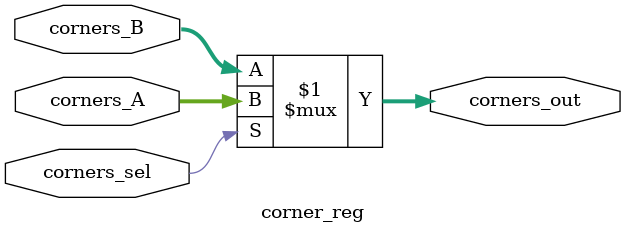
<source format=v>
`timescale 1ns / 1ps
module corner_reg(
    input [79:0] corners_A,
    input [79:0] corners_B,
    input corners_sel,
    output [79:0] corners_out
    );

	assign corners_out = corners_sel ? corners_A : corners_B;

endmodule

</source>
